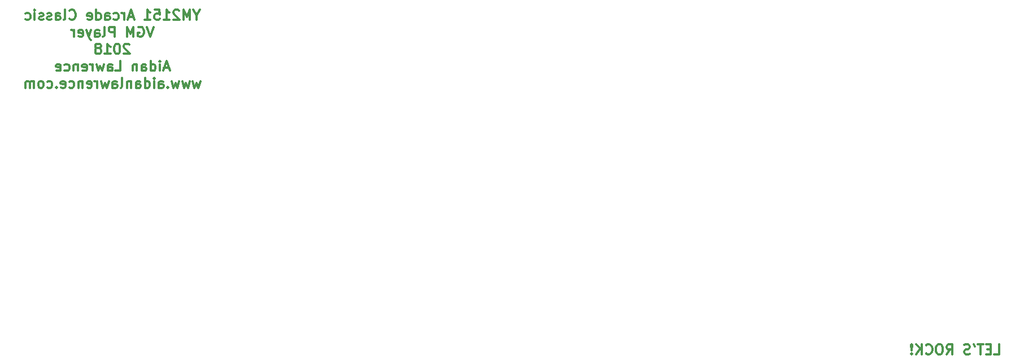
<source format=gbr>
G04 #@! TF.FileFunction,Legend,Bot*
%FSLAX46Y46*%
G04 Gerber Fmt 4.6, Leading zero omitted, Abs format (unit mm)*
G04 Created by KiCad (PCBNEW 4.0.7) date 03/02/18 16:18:39*
%MOMM*%
%LPD*%
G01*
G04 APERTURE LIST*
%ADD10C,0.100000*%
%ADD11C,0.300000*%
G04 APERTURE END LIST*
D10*
D11*
X221086428Y-113073571D02*
X221800714Y-113073571D01*
X221800714Y-111573571D01*
X220586428Y-112287857D02*
X220086428Y-112287857D01*
X219872142Y-113073571D02*
X220586428Y-113073571D01*
X220586428Y-111573571D01*
X219872142Y-111573571D01*
X219443571Y-111573571D02*
X218586428Y-111573571D01*
X219014999Y-113073571D02*
X219014999Y-111573571D01*
X218015000Y-111573571D02*
X218157857Y-111859286D01*
X217443571Y-113002143D02*
X217229285Y-113073571D01*
X216872142Y-113073571D01*
X216729285Y-113002143D01*
X216657856Y-112930714D01*
X216586428Y-112787857D01*
X216586428Y-112645000D01*
X216657856Y-112502143D01*
X216729285Y-112430714D01*
X216872142Y-112359286D01*
X217157856Y-112287857D01*
X217300714Y-112216429D01*
X217372142Y-112145000D01*
X217443571Y-112002143D01*
X217443571Y-111859286D01*
X217372142Y-111716429D01*
X217300714Y-111645000D01*
X217157856Y-111573571D01*
X216800714Y-111573571D01*
X216586428Y-111645000D01*
X213943571Y-113073571D02*
X214443571Y-112359286D01*
X214800714Y-113073571D02*
X214800714Y-111573571D01*
X214229286Y-111573571D01*
X214086428Y-111645000D01*
X214015000Y-111716429D01*
X213943571Y-111859286D01*
X213943571Y-112073571D01*
X214015000Y-112216429D01*
X214086428Y-112287857D01*
X214229286Y-112359286D01*
X214800714Y-112359286D01*
X213015000Y-111573571D02*
X212729286Y-111573571D01*
X212586428Y-111645000D01*
X212443571Y-111787857D01*
X212372143Y-112073571D01*
X212372143Y-112573571D01*
X212443571Y-112859286D01*
X212586428Y-113002143D01*
X212729286Y-113073571D01*
X213015000Y-113073571D01*
X213157857Y-113002143D01*
X213300714Y-112859286D01*
X213372143Y-112573571D01*
X213372143Y-112073571D01*
X213300714Y-111787857D01*
X213157857Y-111645000D01*
X213015000Y-111573571D01*
X210872142Y-112930714D02*
X210943571Y-113002143D01*
X211157857Y-113073571D01*
X211300714Y-113073571D01*
X211514999Y-113002143D01*
X211657857Y-112859286D01*
X211729285Y-112716429D01*
X211800714Y-112430714D01*
X211800714Y-112216429D01*
X211729285Y-111930714D01*
X211657857Y-111787857D01*
X211514999Y-111645000D01*
X211300714Y-111573571D01*
X211157857Y-111573571D01*
X210943571Y-111645000D01*
X210872142Y-111716429D01*
X210229285Y-113073571D02*
X210229285Y-111573571D01*
X209372142Y-113073571D02*
X210014999Y-112216429D01*
X209372142Y-111573571D02*
X210229285Y-112430714D01*
X208729285Y-112930714D02*
X208657857Y-113002143D01*
X208729285Y-113073571D01*
X208800714Y-113002143D01*
X208729285Y-112930714D01*
X208729285Y-113073571D01*
X208729285Y-112502143D02*
X208800714Y-111645000D01*
X208729285Y-111573571D01*
X208657857Y-111645000D01*
X208729285Y-112502143D01*
X208729285Y-111573571D01*
X101542856Y-62174286D02*
X101542856Y-62888571D01*
X102042856Y-61388571D02*
X101542856Y-62174286D01*
X101042856Y-61388571D01*
X100542856Y-62888571D02*
X100542856Y-61388571D01*
X100042856Y-62460000D01*
X99542856Y-61388571D01*
X99542856Y-62888571D01*
X98899999Y-61531429D02*
X98828570Y-61460000D01*
X98685713Y-61388571D01*
X98328570Y-61388571D01*
X98185713Y-61460000D01*
X98114284Y-61531429D01*
X98042856Y-61674286D01*
X98042856Y-61817143D01*
X98114284Y-62031429D01*
X98971427Y-62888571D01*
X98042856Y-62888571D01*
X96614285Y-62888571D02*
X97471428Y-62888571D01*
X97042856Y-62888571D02*
X97042856Y-61388571D01*
X97185713Y-61602857D01*
X97328571Y-61745714D01*
X97471428Y-61817143D01*
X95257142Y-61388571D02*
X95971428Y-61388571D01*
X96042857Y-62102857D01*
X95971428Y-62031429D01*
X95828571Y-61960000D01*
X95471428Y-61960000D01*
X95328571Y-62031429D01*
X95257142Y-62102857D01*
X95185714Y-62245714D01*
X95185714Y-62602857D01*
X95257142Y-62745714D01*
X95328571Y-62817143D01*
X95471428Y-62888571D01*
X95828571Y-62888571D01*
X95971428Y-62817143D01*
X96042857Y-62745714D01*
X93757143Y-62888571D02*
X94614286Y-62888571D01*
X94185714Y-62888571D02*
X94185714Y-61388571D01*
X94328571Y-61602857D01*
X94471429Y-61745714D01*
X94614286Y-61817143D01*
X92042858Y-62460000D02*
X91328572Y-62460000D01*
X92185715Y-62888571D02*
X91685715Y-61388571D01*
X91185715Y-62888571D01*
X90685715Y-62888571D02*
X90685715Y-61888571D01*
X90685715Y-62174286D02*
X90614287Y-62031429D01*
X90542858Y-61960000D01*
X90400001Y-61888571D01*
X90257144Y-61888571D01*
X89114287Y-62817143D02*
X89257144Y-62888571D01*
X89542858Y-62888571D01*
X89685716Y-62817143D01*
X89757144Y-62745714D01*
X89828573Y-62602857D01*
X89828573Y-62174286D01*
X89757144Y-62031429D01*
X89685716Y-61960000D01*
X89542858Y-61888571D01*
X89257144Y-61888571D01*
X89114287Y-61960000D01*
X87828573Y-62888571D02*
X87828573Y-62102857D01*
X87900002Y-61960000D01*
X88042859Y-61888571D01*
X88328573Y-61888571D01*
X88471430Y-61960000D01*
X87828573Y-62817143D02*
X87971430Y-62888571D01*
X88328573Y-62888571D01*
X88471430Y-62817143D01*
X88542859Y-62674286D01*
X88542859Y-62531429D01*
X88471430Y-62388571D01*
X88328573Y-62317143D01*
X87971430Y-62317143D01*
X87828573Y-62245714D01*
X86471430Y-62888571D02*
X86471430Y-61388571D01*
X86471430Y-62817143D02*
X86614287Y-62888571D01*
X86900001Y-62888571D01*
X87042859Y-62817143D01*
X87114287Y-62745714D01*
X87185716Y-62602857D01*
X87185716Y-62174286D01*
X87114287Y-62031429D01*
X87042859Y-61960000D01*
X86900001Y-61888571D01*
X86614287Y-61888571D01*
X86471430Y-61960000D01*
X85185716Y-62817143D02*
X85328573Y-62888571D01*
X85614287Y-62888571D01*
X85757144Y-62817143D01*
X85828573Y-62674286D01*
X85828573Y-62102857D01*
X85757144Y-61960000D01*
X85614287Y-61888571D01*
X85328573Y-61888571D01*
X85185716Y-61960000D01*
X85114287Y-62102857D01*
X85114287Y-62245714D01*
X85828573Y-62388571D01*
X82471430Y-62745714D02*
X82542859Y-62817143D01*
X82757145Y-62888571D01*
X82900002Y-62888571D01*
X83114287Y-62817143D01*
X83257145Y-62674286D01*
X83328573Y-62531429D01*
X83400002Y-62245714D01*
X83400002Y-62031429D01*
X83328573Y-61745714D01*
X83257145Y-61602857D01*
X83114287Y-61460000D01*
X82900002Y-61388571D01*
X82757145Y-61388571D01*
X82542859Y-61460000D01*
X82471430Y-61531429D01*
X81614287Y-62888571D02*
X81757145Y-62817143D01*
X81828573Y-62674286D01*
X81828573Y-61388571D01*
X80400002Y-62888571D02*
X80400002Y-62102857D01*
X80471431Y-61960000D01*
X80614288Y-61888571D01*
X80900002Y-61888571D01*
X81042859Y-61960000D01*
X80400002Y-62817143D02*
X80542859Y-62888571D01*
X80900002Y-62888571D01*
X81042859Y-62817143D01*
X81114288Y-62674286D01*
X81114288Y-62531429D01*
X81042859Y-62388571D01*
X80900002Y-62317143D01*
X80542859Y-62317143D01*
X80400002Y-62245714D01*
X79757145Y-62817143D02*
X79614288Y-62888571D01*
X79328573Y-62888571D01*
X79185716Y-62817143D01*
X79114288Y-62674286D01*
X79114288Y-62602857D01*
X79185716Y-62460000D01*
X79328573Y-62388571D01*
X79542859Y-62388571D01*
X79685716Y-62317143D01*
X79757145Y-62174286D01*
X79757145Y-62102857D01*
X79685716Y-61960000D01*
X79542859Y-61888571D01*
X79328573Y-61888571D01*
X79185716Y-61960000D01*
X78542859Y-62817143D02*
X78400002Y-62888571D01*
X78114287Y-62888571D01*
X77971430Y-62817143D01*
X77900002Y-62674286D01*
X77900002Y-62602857D01*
X77971430Y-62460000D01*
X78114287Y-62388571D01*
X78328573Y-62388571D01*
X78471430Y-62317143D01*
X78542859Y-62174286D01*
X78542859Y-62102857D01*
X78471430Y-61960000D01*
X78328573Y-61888571D01*
X78114287Y-61888571D01*
X77971430Y-61960000D01*
X77257144Y-62888571D02*
X77257144Y-61888571D01*
X77257144Y-61388571D02*
X77328573Y-61460000D01*
X77257144Y-61531429D01*
X77185716Y-61460000D01*
X77257144Y-61388571D01*
X77257144Y-61531429D01*
X75900001Y-62817143D02*
X76042858Y-62888571D01*
X76328572Y-62888571D01*
X76471430Y-62817143D01*
X76542858Y-62745714D01*
X76614287Y-62602857D01*
X76614287Y-62174286D01*
X76542858Y-62031429D01*
X76471430Y-61960000D01*
X76328572Y-61888571D01*
X76042858Y-61888571D01*
X75900001Y-61960000D01*
X95078571Y-63938571D02*
X94578571Y-65438571D01*
X94078571Y-63938571D01*
X92792857Y-64010000D02*
X92935714Y-63938571D01*
X93150000Y-63938571D01*
X93364285Y-64010000D01*
X93507143Y-64152857D01*
X93578571Y-64295714D01*
X93650000Y-64581429D01*
X93650000Y-64795714D01*
X93578571Y-65081429D01*
X93507143Y-65224286D01*
X93364285Y-65367143D01*
X93150000Y-65438571D01*
X93007143Y-65438571D01*
X92792857Y-65367143D01*
X92721428Y-65295714D01*
X92721428Y-64795714D01*
X93007143Y-64795714D01*
X92078571Y-65438571D02*
X92078571Y-63938571D01*
X91578571Y-65010000D01*
X91078571Y-63938571D01*
X91078571Y-65438571D01*
X89221428Y-65438571D02*
X89221428Y-63938571D01*
X88650000Y-63938571D01*
X88507142Y-64010000D01*
X88435714Y-64081429D01*
X88364285Y-64224286D01*
X88364285Y-64438571D01*
X88435714Y-64581429D01*
X88507142Y-64652857D01*
X88650000Y-64724286D01*
X89221428Y-64724286D01*
X87507142Y-65438571D02*
X87650000Y-65367143D01*
X87721428Y-65224286D01*
X87721428Y-63938571D01*
X86292857Y-65438571D02*
X86292857Y-64652857D01*
X86364286Y-64510000D01*
X86507143Y-64438571D01*
X86792857Y-64438571D01*
X86935714Y-64510000D01*
X86292857Y-65367143D02*
X86435714Y-65438571D01*
X86792857Y-65438571D01*
X86935714Y-65367143D01*
X87007143Y-65224286D01*
X87007143Y-65081429D01*
X86935714Y-64938571D01*
X86792857Y-64867143D01*
X86435714Y-64867143D01*
X86292857Y-64795714D01*
X85721428Y-64438571D02*
X85364285Y-65438571D01*
X85007143Y-64438571D02*
X85364285Y-65438571D01*
X85507143Y-65795714D01*
X85578571Y-65867143D01*
X85721428Y-65938571D01*
X83864286Y-65367143D02*
X84007143Y-65438571D01*
X84292857Y-65438571D01*
X84435714Y-65367143D01*
X84507143Y-65224286D01*
X84507143Y-64652857D01*
X84435714Y-64510000D01*
X84292857Y-64438571D01*
X84007143Y-64438571D01*
X83864286Y-64510000D01*
X83792857Y-64652857D01*
X83792857Y-64795714D01*
X84507143Y-64938571D01*
X83150000Y-65438571D02*
X83150000Y-64438571D01*
X83150000Y-64724286D02*
X83078572Y-64581429D01*
X83007143Y-64510000D01*
X82864286Y-64438571D01*
X82721429Y-64438571D01*
X91471428Y-66631429D02*
X91399999Y-66560000D01*
X91257142Y-66488571D01*
X90899999Y-66488571D01*
X90757142Y-66560000D01*
X90685713Y-66631429D01*
X90614285Y-66774286D01*
X90614285Y-66917143D01*
X90685713Y-67131429D01*
X91542856Y-67988571D01*
X90614285Y-67988571D01*
X89685714Y-66488571D02*
X89542857Y-66488571D01*
X89400000Y-66560000D01*
X89328571Y-66631429D01*
X89257142Y-66774286D01*
X89185714Y-67060000D01*
X89185714Y-67417143D01*
X89257142Y-67702857D01*
X89328571Y-67845714D01*
X89400000Y-67917143D01*
X89542857Y-67988571D01*
X89685714Y-67988571D01*
X89828571Y-67917143D01*
X89900000Y-67845714D01*
X89971428Y-67702857D01*
X90042857Y-67417143D01*
X90042857Y-67060000D01*
X89971428Y-66774286D01*
X89900000Y-66631429D01*
X89828571Y-66560000D01*
X89685714Y-66488571D01*
X87757143Y-67988571D02*
X88614286Y-67988571D01*
X88185714Y-67988571D02*
X88185714Y-66488571D01*
X88328571Y-66702857D01*
X88471429Y-66845714D01*
X88614286Y-66917143D01*
X86900000Y-67131429D02*
X87042858Y-67060000D01*
X87114286Y-66988571D01*
X87185715Y-66845714D01*
X87185715Y-66774286D01*
X87114286Y-66631429D01*
X87042858Y-66560000D01*
X86900000Y-66488571D01*
X86614286Y-66488571D01*
X86471429Y-66560000D01*
X86400000Y-66631429D01*
X86328572Y-66774286D01*
X86328572Y-66845714D01*
X86400000Y-66988571D01*
X86471429Y-67060000D01*
X86614286Y-67131429D01*
X86900000Y-67131429D01*
X87042858Y-67202857D01*
X87114286Y-67274286D01*
X87185715Y-67417143D01*
X87185715Y-67702857D01*
X87114286Y-67845714D01*
X87042858Y-67917143D01*
X86900000Y-67988571D01*
X86614286Y-67988571D01*
X86471429Y-67917143D01*
X86400000Y-67845714D01*
X86328572Y-67702857D01*
X86328572Y-67417143D01*
X86400000Y-67274286D01*
X86471429Y-67202857D01*
X86614286Y-67131429D01*
X97364286Y-70110000D02*
X96650000Y-70110000D01*
X97507143Y-70538571D02*
X97007143Y-69038571D01*
X96507143Y-70538571D01*
X96007143Y-70538571D02*
X96007143Y-69538571D01*
X96007143Y-69038571D02*
X96078572Y-69110000D01*
X96007143Y-69181429D01*
X95935715Y-69110000D01*
X96007143Y-69038571D01*
X96007143Y-69181429D01*
X94650000Y-70538571D02*
X94650000Y-69038571D01*
X94650000Y-70467143D02*
X94792857Y-70538571D01*
X95078571Y-70538571D01*
X95221429Y-70467143D01*
X95292857Y-70395714D01*
X95364286Y-70252857D01*
X95364286Y-69824286D01*
X95292857Y-69681429D01*
X95221429Y-69610000D01*
X95078571Y-69538571D01*
X94792857Y-69538571D01*
X94650000Y-69610000D01*
X93292857Y-70538571D02*
X93292857Y-69752857D01*
X93364286Y-69610000D01*
X93507143Y-69538571D01*
X93792857Y-69538571D01*
X93935714Y-69610000D01*
X93292857Y-70467143D02*
X93435714Y-70538571D01*
X93792857Y-70538571D01*
X93935714Y-70467143D01*
X94007143Y-70324286D01*
X94007143Y-70181429D01*
X93935714Y-70038571D01*
X93792857Y-69967143D01*
X93435714Y-69967143D01*
X93292857Y-69895714D01*
X92578571Y-69538571D02*
X92578571Y-70538571D01*
X92578571Y-69681429D02*
X92507143Y-69610000D01*
X92364285Y-69538571D01*
X92150000Y-69538571D01*
X92007143Y-69610000D01*
X91935714Y-69752857D01*
X91935714Y-70538571D01*
X89364285Y-70538571D02*
X90078571Y-70538571D01*
X90078571Y-69038571D01*
X88221428Y-70538571D02*
X88221428Y-69752857D01*
X88292857Y-69610000D01*
X88435714Y-69538571D01*
X88721428Y-69538571D01*
X88864285Y-69610000D01*
X88221428Y-70467143D02*
X88364285Y-70538571D01*
X88721428Y-70538571D01*
X88864285Y-70467143D01*
X88935714Y-70324286D01*
X88935714Y-70181429D01*
X88864285Y-70038571D01*
X88721428Y-69967143D01*
X88364285Y-69967143D01*
X88221428Y-69895714D01*
X87649999Y-69538571D02*
X87364285Y-70538571D01*
X87078571Y-69824286D01*
X86792856Y-70538571D01*
X86507142Y-69538571D01*
X85935713Y-70538571D02*
X85935713Y-69538571D01*
X85935713Y-69824286D02*
X85864285Y-69681429D01*
X85792856Y-69610000D01*
X85649999Y-69538571D01*
X85507142Y-69538571D01*
X84435714Y-70467143D02*
X84578571Y-70538571D01*
X84864285Y-70538571D01*
X85007142Y-70467143D01*
X85078571Y-70324286D01*
X85078571Y-69752857D01*
X85007142Y-69610000D01*
X84864285Y-69538571D01*
X84578571Y-69538571D01*
X84435714Y-69610000D01*
X84364285Y-69752857D01*
X84364285Y-69895714D01*
X85078571Y-70038571D01*
X83721428Y-69538571D02*
X83721428Y-70538571D01*
X83721428Y-69681429D02*
X83650000Y-69610000D01*
X83507142Y-69538571D01*
X83292857Y-69538571D01*
X83150000Y-69610000D01*
X83078571Y-69752857D01*
X83078571Y-70538571D01*
X81721428Y-70467143D02*
X81864285Y-70538571D01*
X82149999Y-70538571D01*
X82292857Y-70467143D01*
X82364285Y-70395714D01*
X82435714Y-70252857D01*
X82435714Y-69824286D01*
X82364285Y-69681429D01*
X82292857Y-69610000D01*
X82149999Y-69538571D01*
X81864285Y-69538571D01*
X81721428Y-69610000D01*
X80507143Y-70467143D02*
X80650000Y-70538571D01*
X80935714Y-70538571D01*
X81078571Y-70467143D01*
X81150000Y-70324286D01*
X81150000Y-69752857D01*
X81078571Y-69610000D01*
X80935714Y-69538571D01*
X80650000Y-69538571D01*
X80507143Y-69610000D01*
X80435714Y-69752857D01*
X80435714Y-69895714D01*
X81150000Y-70038571D01*
X102078572Y-72088571D02*
X101792858Y-73088571D01*
X101507144Y-72374286D01*
X101221429Y-73088571D01*
X100935715Y-72088571D01*
X100507143Y-72088571D02*
X100221429Y-73088571D01*
X99935715Y-72374286D01*
X99650000Y-73088571D01*
X99364286Y-72088571D01*
X98935714Y-72088571D02*
X98650000Y-73088571D01*
X98364286Y-72374286D01*
X98078571Y-73088571D01*
X97792857Y-72088571D01*
X97221428Y-72945714D02*
X97150000Y-73017143D01*
X97221428Y-73088571D01*
X97292857Y-73017143D01*
X97221428Y-72945714D01*
X97221428Y-73088571D01*
X95864285Y-73088571D02*
X95864285Y-72302857D01*
X95935714Y-72160000D01*
X96078571Y-72088571D01*
X96364285Y-72088571D01*
X96507142Y-72160000D01*
X95864285Y-73017143D02*
X96007142Y-73088571D01*
X96364285Y-73088571D01*
X96507142Y-73017143D01*
X96578571Y-72874286D01*
X96578571Y-72731429D01*
X96507142Y-72588571D01*
X96364285Y-72517143D01*
X96007142Y-72517143D01*
X95864285Y-72445714D01*
X95149999Y-73088571D02*
X95149999Y-72088571D01*
X95149999Y-71588571D02*
X95221428Y-71660000D01*
X95149999Y-71731429D01*
X95078571Y-71660000D01*
X95149999Y-71588571D01*
X95149999Y-71731429D01*
X93792856Y-73088571D02*
X93792856Y-71588571D01*
X93792856Y-73017143D02*
X93935713Y-73088571D01*
X94221427Y-73088571D01*
X94364285Y-73017143D01*
X94435713Y-72945714D01*
X94507142Y-72802857D01*
X94507142Y-72374286D01*
X94435713Y-72231429D01*
X94364285Y-72160000D01*
X94221427Y-72088571D01*
X93935713Y-72088571D01*
X93792856Y-72160000D01*
X92435713Y-73088571D02*
X92435713Y-72302857D01*
X92507142Y-72160000D01*
X92649999Y-72088571D01*
X92935713Y-72088571D01*
X93078570Y-72160000D01*
X92435713Y-73017143D02*
X92578570Y-73088571D01*
X92935713Y-73088571D01*
X93078570Y-73017143D01*
X93149999Y-72874286D01*
X93149999Y-72731429D01*
X93078570Y-72588571D01*
X92935713Y-72517143D01*
X92578570Y-72517143D01*
X92435713Y-72445714D01*
X91721427Y-72088571D02*
X91721427Y-73088571D01*
X91721427Y-72231429D02*
X91649999Y-72160000D01*
X91507141Y-72088571D01*
X91292856Y-72088571D01*
X91149999Y-72160000D01*
X91078570Y-72302857D01*
X91078570Y-73088571D01*
X90149998Y-73088571D02*
X90292856Y-73017143D01*
X90364284Y-72874286D01*
X90364284Y-71588571D01*
X88935713Y-73088571D02*
X88935713Y-72302857D01*
X89007142Y-72160000D01*
X89149999Y-72088571D01*
X89435713Y-72088571D01*
X89578570Y-72160000D01*
X88935713Y-73017143D02*
X89078570Y-73088571D01*
X89435713Y-73088571D01*
X89578570Y-73017143D01*
X89649999Y-72874286D01*
X89649999Y-72731429D01*
X89578570Y-72588571D01*
X89435713Y-72517143D01*
X89078570Y-72517143D01*
X88935713Y-72445714D01*
X88364284Y-72088571D02*
X88078570Y-73088571D01*
X87792856Y-72374286D01*
X87507141Y-73088571D01*
X87221427Y-72088571D01*
X86649998Y-73088571D02*
X86649998Y-72088571D01*
X86649998Y-72374286D02*
X86578570Y-72231429D01*
X86507141Y-72160000D01*
X86364284Y-72088571D01*
X86221427Y-72088571D01*
X85149999Y-73017143D02*
X85292856Y-73088571D01*
X85578570Y-73088571D01*
X85721427Y-73017143D01*
X85792856Y-72874286D01*
X85792856Y-72302857D01*
X85721427Y-72160000D01*
X85578570Y-72088571D01*
X85292856Y-72088571D01*
X85149999Y-72160000D01*
X85078570Y-72302857D01*
X85078570Y-72445714D01*
X85792856Y-72588571D01*
X84435713Y-72088571D02*
X84435713Y-73088571D01*
X84435713Y-72231429D02*
X84364285Y-72160000D01*
X84221427Y-72088571D01*
X84007142Y-72088571D01*
X83864285Y-72160000D01*
X83792856Y-72302857D01*
X83792856Y-73088571D01*
X82435713Y-73017143D02*
X82578570Y-73088571D01*
X82864284Y-73088571D01*
X83007142Y-73017143D01*
X83078570Y-72945714D01*
X83149999Y-72802857D01*
X83149999Y-72374286D01*
X83078570Y-72231429D01*
X83007142Y-72160000D01*
X82864284Y-72088571D01*
X82578570Y-72088571D01*
X82435713Y-72160000D01*
X81221428Y-73017143D02*
X81364285Y-73088571D01*
X81649999Y-73088571D01*
X81792856Y-73017143D01*
X81864285Y-72874286D01*
X81864285Y-72302857D01*
X81792856Y-72160000D01*
X81649999Y-72088571D01*
X81364285Y-72088571D01*
X81221428Y-72160000D01*
X81149999Y-72302857D01*
X81149999Y-72445714D01*
X81864285Y-72588571D01*
X80507142Y-72945714D02*
X80435714Y-73017143D01*
X80507142Y-73088571D01*
X80578571Y-73017143D01*
X80507142Y-72945714D01*
X80507142Y-73088571D01*
X79149999Y-73017143D02*
X79292856Y-73088571D01*
X79578570Y-73088571D01*
X79721428Y-73017143D01*
X79792856Y-72945714D01*
X79864285Y-72802857D01*
X79864285Y-72374286D01*
X79792856Y-72231429D01*
X79721428Y-72160000D01*
X79578570Y-72088571D01*
X79292856Y-72088571D01*
X79149999Y-72160000D01*
X78292856Y-73088571D02*
X78435714Y-73017143D01*
X78507142Y-72945714D01*
X78578571Y-72802857D01*
X78578571Y-72374286D01*
X78507142Y-72231429D01*
X78435714Y-72160000D01*
X78292856Y-72088571D01*
X78078571Y-72088571D01*
X77935714Y-72160000D01*
X77864285Y-72231429D01*
X77792856Y-72374286D01*
X77792856Y-72802857D01*
X77864285Y-72945714D01*
X77935714Y-73017143D01*
X78078571Y-73088571D01*
X78292856Y-73088571D01*
X77149999Y-73088571D02*
X77149999Y-72088571D01*
X77149999Y-72231429D02*
X77078571Y-72160000D01*
X76935713Y-72088571D01*
X76721428Y-72088571D01*
X76578571Y-72160000D01*
X76507142Y-72302857D01*
X76507142Y-73088571D01*
X76507142Y-72302857D02*
X76435713Y-72160000D01*
X76292856Y-72088571D01*
X76078571Y-72088571D01*
X75935713Y-72160000D01*
X75864285Y-72302857D01*
X75864285Y-73088571D01*
M02*

</source>
